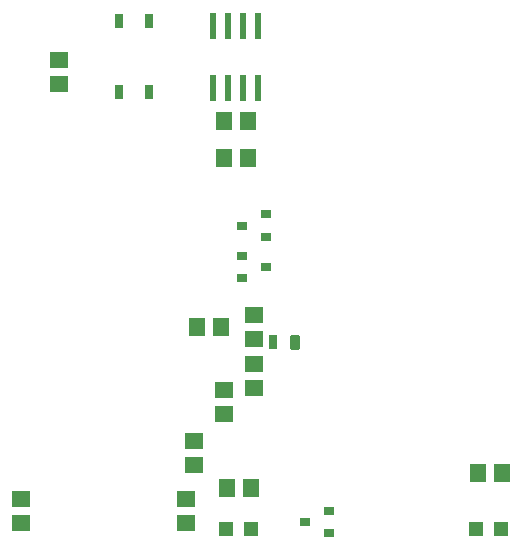
<source format=gbr>
G04 EAGLE Gerber RS-274X export*
G75*
%MOMM*%
%FSLAX34Y34*%
%LPD*%
%INSolderpaste Top*%
%IPPOS*%
%AMOC8*
5,1,8,0,0,1.08239X$1,22.5*%
G01*
%ADD10R,1.500000X1.400000*%
%ADD11R,0.900000X0.800000*%
%ADD12R,0.800000X1.200000*%
%ADD13R,0.600000X2.200000*%
%ADD14R,1.400000X1.500000*%
%ADD15R,1.200000X1.200000*%
%ADD16C,0.240000*%


D10*
X1346200Y129450D03*
X1346200Y149950D03*
X1346200Y88175D03*
X1346200Y108675D03*
D11*
X1356200Y234925D03*
X1356200Y215925D03*
X1336200Y225425D03*
X1336200Y181000D03*
X1336200Y200000D03*
X1356200Y190500D03*
D12*
X1257300Y398300D03*
X1231900Y398300D03*
X1231900Y338300D03*
X1257300Y338300D03*
D10*
X1181100Y365850D03*
X1181100Y345350D03*
D13*
X1324610Y342300D03*
X1324610Y394300D03*
X1311910Y342300D03*
X1337310Y342300D03*
X1350010Y342300D03*
X1311910Y394300D03*
X1337310Y394300D03*
X1350010Y394300D03*
D14*
X1320710Y282575D03*
X1341210Y282575D03*
X1320710Y314325D03*
X1341210Y314325D03*
D10*
X1149350Y-26125D03*
X1149350Y-5625D03*
X1289050Y-26125D03*
X1289050Y-5625D03*
D15*
X1323000Y-31750D03*
X1344000Y-31750D03*
D14*
X1343750Y3175D03*
X1323250Y3175D03*
X1556475Y15875D03*
X1535975Y15875D03*
D15*
X1534455Y-31750D03*
X1555455Y-31750D03*
D12*
X1362600Y127000D03*
D16*
X1377800Y122200D02*
X1383400Y122200D01*
X1377800Y122200D02*
X1377800Y131800D01*
X1383400Y131800D01*
X1383400Y122200D01*
X1383400Y124480D02*
X1377800Y124480D01*
X1377800Y126760D02*
X1383400Y126760D01*
X1383400Y129040D02*
X1377800Y129040D01*
X1377800Y131320D02*
X1383400Y131320D01*
D10*
X1295400Y22770D03*
X1295400Y43270D03*
D11*
X1409540Y-15900D03*
X1409540Y-34900D03*
X1389540Y-25400D03*
D10*
X1320800Y65950D03*
X1320800Y86450D03*
D14*
X1318350Y139700D03*
X1297850Y139700D03*
M02*

</source>
